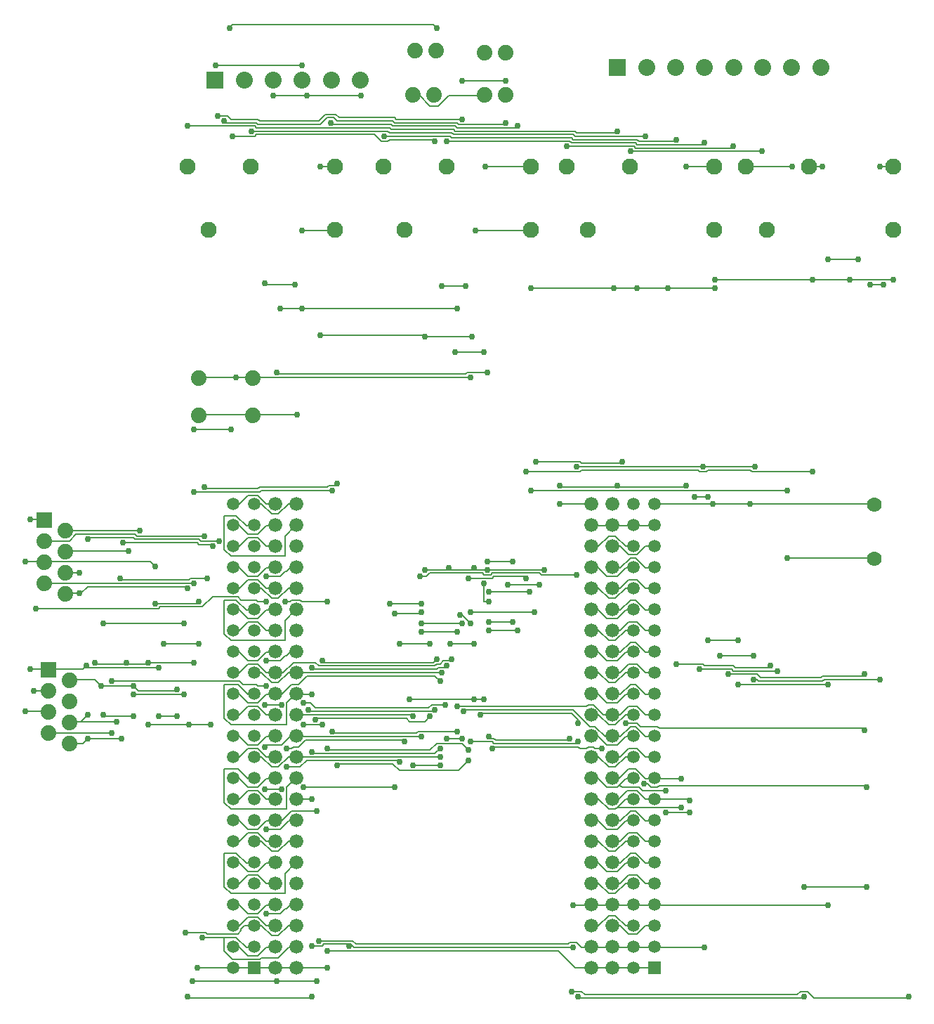
<source format=gbl>
G75*
G70*
%OFA0B0*%
%FSLAX24Y24*%
%IPPOS*%
%LPD*%
%AMOC8*
5,1,8,0,0,1.08239X$1,22.5*
%
%ADD10C,0.0660*%
%ADD11R,0.0800X0.0800*%
%ADD12C,0.0800*%
%ADD13C,0.0740*%
%ADD14C,0.0700*%
%ADD15R,0.0740X0.0740*%
%ADD16C,0.0768*%
%ADD17R,0.0591X0.0591*%
%ADD18C,0.0591*%
%ADD19C,0.0060*%
%ADD20C,0.0300*%
D10*
X017875Y007625D03*
X017875Y008625D03*
X017875Y009625D03*
X017875Y010625D03*
X017875Y011625D03*
X017875Y012625D03*
X017875Y013625D03*
X017875Y014625D03*
X017875Y015625D03*
X017875Y016625D03*
X017875Y017625D03*
X017875Y018625D03*
X017875Y019625D03*
X017875Y020625D03*
X017875Y021625D03*
X017875Y022625D03*
X017875Y023625D03*
X017875Y024625D03*
X017875Y025625D03*
X017875Y026625D03*
X017875Y027625D03*
X017875Y028625D03*
X017875Y029625D03*
X018875Y029625D03*
X018875Y028625D03*
X018875Y027625D03*
X018875Y026625D03*
X018875Y025625D03*
X018875Y024625D03*
X018875Y023625D03*
X018875Y022625D03*
X018875Y021625D03*
X018875Y020625D03*
X018875Y019625D03*
X018875Y018625D03*
X018875Y017625D03*
X018875Y016625D03*
X018875Y015625D03*
X018875Y014625D03*
X018875Y013625D03*
X018875Y012625D03*
X018875Y011625D03*
X018875Y010625D03*
X018875Y009625D03*
X018875Y008625D03*
X018875Y007625D03*
X032875Y007625D03*
X032875Y008625D03*
X032875Y009625D03*
X032875Y010625D03*
X032875Y011625D03*
X032875Y012625D03*
X032875Y013625D03*
X032875Y014625D03*
X032875Y015625D03*
X032875Y016625D03*
X032875Y017625D03*
X032875Y018625D03*
X032875Y019625D03*
X032875Y020625D03*
X032875Y021625D03*
X032875Y022625D03*
X032875Y023625D03*
X032875Y024625D03*
X032875Y025625D03*
X032875Y026625D03*
X032875Y027625D03*
X032875Y028625D03*
X032875Y029625D03*
X033875Y029625D03*
X033875Y028625D03*
X033875Y027625D03*
X033875Y026625D03*
X033875Y025625D03*
X033875Y024625D03*
X033875Y023625D03*
X033875Y022625D03*
X033875Y021625D03*
X033875Y020625D03*
X033875Y019625D03*
X033875Y018625D03*
X033875Y017625D03*
X033875Y016625D03*
X033875Y015625D03*
X033875Y014625D03*
X033875Y013625D03*
X033875Y012625D03*
X033875Y011625D03*
X033875Y010625D03*
X033875Y009625D03*
X033875Y008625D03*
X033875Y007625D03*
D11*
X015025Y049725D03*
X034125Y050325D03*
D12*
X035503Y050325D03*
X036881Y050325D03*
X038259Y050325D03*
X039637Y050325D03*
X041015Y050325D03*
X042393Y050325D03*
X043771Y050325D03*
X021915Y049725D03*
X020537Y049725D03*
X019159Y049725D03*
X017781Y049725D03*
X016403Y049725D03*
D13*
X024425Y049025D03*
X025425Y049025D03*
X025525Y051125D03*
X024525Y051125D03*
X027825Y051025D03*
X028825Y051025D03*
X028825Y049025D03*
X027825Y049025D03*
X016805Y035615D03*
X016805Y033835D03*
X014245Y033835D03*
X014245Y035615D03*
X007925Y028375D03*
X007925Y027375D03*
X007925Y026375D03*
X007925Y025375D03*
X006925Y025875D03*
X006925Y026875D03*
X006925Y027875D03*
X008125Y021275D03*
X008125Y020275D03*
X008125Y019275D03*
X008125Y018275D03*
X007125Y018775D03*
X007125Y019775D03*
X007125Y020775D03*
D14*
X046325Y027045D03*
X046325Y029605D03*
D15*
X006925Y028875D03*
X007125Y021775D03*
D16*
X014725Y042625D03*
X013725Y045625D03*
X016725Y045625D03*
X020725Y045625D03*
X023025Y045625D03*
X026025Y045625D03*
X024025Y042625D03*
X020725Y042625D03*
X030025Y042625D03*
X032725Y042625D03*
X031725Y045625D03*
X030025Y045625D03*
X034725Y045625D03*
X038725Y045625D03*
X040225Y045625D03*
X043225Y045625D03*
X041225Y042625D03*
X038725Y042625D03*
X047225Y042625D03*
X047225Y045625D03*
D17*
X035875Y007625D03*
X016875Y007625D03*
D18*
X016875Y008625D03*
X016875Y009625D03*
X016875Y010625D03*
X016875Y011625D03*
X016875Y012625D03*
X016875Y013625D03*
X016875Y014625D03*
X016875Y015625D03*
X016875Y016625D03*
X016875Y017625D03*
X016875Y018625D03*
X016875Y019625D03*
X016875Y020625D03*
X016875Y021625D03*
X016875Y022625D03*
X016875Y023625D03*
X016875Y024625D03*
X016875Y025625D03*
X016875Y026625D03*
X016875Y027625D03*
X016875Y028625D03*
X016875Y029625D03*
X015875Y029625D03*
X015875Y028625D03*
X015875Y027625D03*
X015875Y026625D03*
X015875Y025625D03*
X015875Y024625D03*
X015875Y023625D03*
X015875Y022625D03*
X015875Y021625D03*
X015875Y020625D03*
X015875Y019625D03*
X015875Y018625D03*
X015875Y017625D03*
X015875Y016625D03*
X015875Y015625D03*
X015875Y014625D03*
X015875Y013625D03*
X015875Y012625D03*
X015875Y011625D03*
X015875Y010625D03*
X015875Y009625D03*
X015875Y008625D03*
X015875Y007625D03*
X034875Y007625D03*
X034875Y008625D03*
X034875Y009625D03*
X034875Y010625D03*
X034875Y011625D03*
X034875Y012625D03*
X034875Y013625D03*
X034875Y014625D03*
X034875Y015625D03*
X034875Y016625D03*
X034875Y017625D03*
X034875Y018625D03*
X034875Y019625D03*
X034875Y020625D03*
X034875Y021625D03*
X034875Y022625D03*
X034875Y023625D03*
X034875Y024625D03*
X034875Y025625D03*
X034875Y026625D03*
X034875Y027625D03*
X034875Y028625D03*
X034875Y029625D03*
X035875Y029625D03*
X035875Y028625D03*
X035875Y027625D03*
X035875Y026625D03*
X035875Y025625D03*
X035875Y024625D03*
X035875Y023625D03*
X035875Y022625D03*
X035875Y021625D03*
X035875Y020625D03*
X035875Y019625D03*
X035875Y018625D03*
X035875Y017625D03*
X035875Y016625D03*
X035875Y015625D03*
X035875Y014625D03*
X035875Y013625D03*
X035875Y012625D03*
X035875Y011625D03*
X035875Y010625D03*
X035875Y009625D03*
X035875Y008625D03*
D19*
X035945Y008595D01*
X038265Y008595D01*
X035875Y008625D02*
X035865Y008595D01*
X034905Y008595D01*
X034875Y008625D01*
X034825Y008595D01*
X033945Y008595D01*
X033875Y008625D01*
X033865Y008595D01*
X032905Y008595D01*
X032875Y008625D01*
X032825Y008595D01*
X032425Y008595D01*
X032185Y008835D01*
X031865Y008835D01*
X031785Y008755D01*
X021705Y008755D01*
X021545Y008915D01*
X019945Y008915D01*
X020185Y008755D02*
X020105Y008675D01*
X019625Y008675D01*
X018875Y008625D02*
X018825Y008595D01*
X018505Y008595D01*
X018025Y008115D01*
X017225Y008115D01*
X017145Y008035D01*
X015865Y008035D01*
X015465Y008435D01*
X015465Y009075D01*
X014425Y009075D01*
X014585Y009315D02*
X013625Y009315D01*
X014585Y009315D02*
X014665Y009235D01*
X016105Y009235D01*
X016265Y009395D01*
X016265Y009475D01*
X016425Y009635D01*
X016825Y009635D01*
X016875Y009625D01*
X016905Y009635D01*
X017225Y009635D01*
X017705Y009155D01*
X018025Y009155D01*
X018505Y009635D01*
X018825Y009635D01*
X018875Y009625D01*
X018425Y010435D02*
X018585Y010595D01*
X018825Y010595D01*
X018875Y010625D01*
X018425Y010435D02*
X018345Y010435D01*
X018105Y010195D01*
X017465Y010195D01*
X017065Y010195D02*
X017465Y010595D01*
X017865Y010595D01*
X017875Y010625D01*
X018345Y011155D02*
X015785Y011155D01*
X015465Y011475D01*
X015465Y013075D01*
X016025Y013075D01*
X016505Y012595D01*
X016825Y012595D01*
X016875Y012625D01*
X017065Y012195D02*
X016585Y012195D01*
X016185Y012595D01*
X015945Y012595D01*
X015875Y012625D01*
X016585Y012035D02*
X016185Y011635D01*
X015945Y011635D01*
X015875Y011625D01*
X016585Y012035D02*
X017065Y012035D01*
X017465Y011635D01*
X017865Y011635D01*
X017875Y011625D01*
X018345Y011155D02*
X018345Y012115D01*
X018825Y012595D01*
X018875Y012625D01*
X018875Y013625D02*
X018825Y013635D01*
X018505Y013635D01*
X018025Y013155D01*
X017705Y013155D01*
X017225Y013635D01*
X016905Y013635D01*
X016875Y013625D01*
X017065Y014035D02*
X016585Y014035D01*
X016185Y013635D01*
X015945Y013635D01*
X015875Y013625D01*
X016585Y014195D02*
X016185Y014595D01*
X015945Y014595D01*
X015875Y014625D01*
X015785Y015155D02*
X015465Y015475D01*
X015465Y017075D01*
X016105Y017075D01*
X016585Y016595D01*
X016825Y016595D01*
X016875Y016625D01*
X017065Y016195D02*
X016585Y016195D01*
X016185Y016595D01*
X015945Y016595D01*
X015875Y016625D01*
X016585Y016035D02*
X016185Y015635D01*
X015945Y015635D01*
X015875Y015625D01*
X015785Y015155D02*
X018425Y015155D01*
X018425Y016195D01*
X018825Y016595D01*
X018875Y016625D01*
X019225Y016195D02*
X023545Y016195D01*
X023785Y016995D02*
X023465Y017315D01*
X020905Y017315D01*
X020825Y017235D01*
X020425Y017955D02*
X020345Y018035D01*
X020425Y017955D02*
X025225Y017955D01*
X025545Y018275D01*
X026745Y018275D01*
X027065Y017955D01*
X027145Y018355D02*
X028185Y018355D01*
X028265Y018275D01*
X032185Y018275D01*
X032265Y018355D01*
X032265Y018115D02*
X028265Y018115D01*
X028185Y018035D01*
X028345Y018435D02*
X031785Y018435D01*
X031865Y018515D01*
X032265Y018115D02*
X032345Y018035D01*
X032665Y018035D01*
X032745Y018115D01*
X032985Y018115D01*
X033065Y018035D01*
X033385Y018035D01*
X033625Y018195D02*
X033225Y018595D01*
X032905Y018595D01*
X032875Y018625D01*
X032825Y019075D02*
X033065Y019075D01*
X033545Y018595D01*
X033865Y018595D01*
X033875Y018625D01*
X033945Y018595D01*
X034265Y018595D01*
X034745Y019075D01*
X034985Y019075D01*
X035465Y018595D01*
X035865Y018595D01*
X035875Y018625D01*
X036105Y018995D02*
X045785Y018995D01*
X045865Y018915D01*
X044105Y021075D02*
X039865Y021075D01*
X039385Y021555D02*
X040745Y021555D01*
X040905Y021395D01*
X043785Y021395D01*
X043865Y021475D01*
X045785Y021475D01*
X045865Y021555D01*
X046585Y021315D02*
X043945Y021315D01*
X043865Y021235D01*
X040825Y021235D01*
X040745Y021315D01*
X040585Y021315D01*
X041305Y021875D02*
X039705Y021875D01*
X039625Y021955D01*
X038265Y021955D01*
X038185Y022035D01*
X036905Y022035D01*
X035875Y021625D02*
X035865Y021635D01*
X035465Y021635D01*
X035065Y022035D01*
X034665Y022035D01*
X034265Y021635D01*
X033945Y021635D01*
X033875Y021625D01*
X034025Y021155D02*
X033705Y021155D01*
X033225Y021635D01*
X032905Y021635D01*
X032875Y021625D01*
X032875Y020625D02*
X032905Y020595D01*
X033225Y020595D01*
X033625Y020195D01*
X034105Y020195D01*
X034505Y020595D01*
X034825Y020595D01*
X034875Y020625D01*
X034985Y021075D02*
X034745Y021075D01*
X034265Y020595D01*
X033945Y020595D01*
X033875Y020625D01*
X034025Y021155D02*
X034505Y021635D01*
X034825Y021635D01*
X034875Y021625D01*
X034985Y021075D02*
X035465Y020595D01*
X035865Y020595D01*
X035875Y020625D01*
X035865Y019635D02*
X035465Y019635D01*
X035065Y020035D01*
X034665Y020035D01*
X034265Y019635D01*
X033945Y019635D01*
X033875Y019625D01*
X033865Y019635D01*
X033465Y019635D01*
X032985Y020115D01*
X032745Y020115D01*
X032665Y020035D01*
X026505Y020035D01*
X026825Y019795D02*
X026905Y019875D01*
X032025Y019875D01*
X032825Y019075D01*
X032875Y019625D02*
X032905Y019635D01*
X033225Y019635D01*
X033705Y019155D01*
X034025Y019155D01*
X034505Y019635D01*
X034825Y019635D01*
X034875Y019625D01*
X035065Y019235D02*
X034505Y019235D01*
X035065Y019235D02*
X035225Y019075D01*
X036025Y019075D01*
X036105Y018995D01*
X035875Y019625D02*
X035865Y019635D01*
X034875Y018625D02*
X034825Y018595D01*
X034505Y018595D01*
X034105Y018195D01*
X033625Y018195D01*
X033875Y017625D02*
X033945Y017635D01*
X034265Y017635D01*
X034665Y018035D01*
X035065Y018035D01*
X035465Y017635D01*
X035865Y017635D01*
X035875Y017625D01*
X035875Y016625D02*
X035945Y016595D01*
X037145Y016595D01*
X036425Y016035D02*
X035305Y016035D01*
X035145Y016195D01*
X034345Y016195D01*
X034265Y016275D01*
X034185Y016275D01*
X034505Y016595D01*
X034825Y016595D01*
X034875Y016625D01*
X034985Y017075D02*
X034665Y017075D01*
X034185Y016595D01*
X033945Y016595D01*
X033875Y016625D01*
X034185Y016275D02*
X034105Y016195D01*
X033625Y016195D01*
X033225Y016595D01*
X032905Y016595D01*
X032875Y016625D01*
X033705Y017155D02*
X033225Y017635D01*
X032905Y017635D01*
X032875Y017625D01*
X033705Y017155D02*
X034025Y017155D01*
X034505Y017635D01*
X034825Y017635D01*
X034875Y017625D01*
X034985Y017075D02*
X035465Y016595D01*
X035865Y016595D01*
X035875Y016625D01*
X036105Y016275D02*
X036025Y016195D01*
X035705Y016195D01*
X035545Y016355D01*
X035385Y016355D01*
X035065Y016035D02*
X034585Y016035D01*
X034185Y015635D01*
X033945Y015635D01*
X033875Y015625D01*
X034105Y015235D02*
X037145Y015235D01*
X037545Y014995D02*
X036425Y014995D01*
X035875Y014625D02*
X035865Y014595D01*
X035465Y014595D01*
X034985Y015075D01*
X034745Y015075D01*
X034265Y014595D01*
X033945Y014595D01*
X033875Y014625D01*
X034105Y014195D02*
X033625Y014195D01*
X033225Y014595D01*
X032905Y014595D01*
X032875Y014625D01*
X033705Y015155D02*
X033225Y015635D01*
X032905Y015635D01*
X032875Y015625D01*
X033705Y015155D02*
X034025Y015155D01*
X034105Y015235D01*
X034505Y015635D01*
X034825Y015635D01*
X034875Y015625D01*
X035065Y016035D02*
X035465Y015635D01*
X035865Y015635D01*
X035875Y015625D01*
X035945Y015635D01*
X037465Y015635D01*
X037545Y015555D01*
X036105Y016275D02*
X045865Y016275D01*
X045945Y016195D01*
X045945Y011475D02*
X042985Y011475D01*
X044105Y010595D02*
X035945Y010595D01*
X035875Y010625D01*
X035865Y010595D01*
X034905Y010595D01*
X034875Y010625D01*
X034825Y010595D01*
X033945Y010595D01*
X033875Y010625D01*
X033865Y010595D01*
X032905Y010595D01*
X032875Y010625D01*
X032825Y010595D01*
X032025Y010595D01*
X032875Y009625D02*
X032905Y009635D01*
X033225Y009635D01*
X033705Y010115D01*
X034025Y010115D01*
X034505Y009635D01*
X034825Y009635D01*
X034875Y009625D01*
X035065Y009235D02*
X034665Y009235D01*
X034265Y009635D01*
X033945Y009635D01*
X033875Y009625D01*
X035065Y009235D02*
X035465Y009635D01*
X035865Y009635D01*
X035875Y009625D01*
X035865Y007635D02*
X034905Y007635D01*
X034875Y007625D01*
X034825Y007635D01*
X033945Y007635D01*
X033875Y007625D01*
X033865Y007635D01*
X032905Y007635D01*
X032875Y007625D01*
X032825Y007635D01*
X032105Y007635D01*
X031305Y008435D01*
X020345Y008435D01*
X020185Y008755D02*
X021465Y008755D01*
X021545Y008675D01*
X021625Y008595D01*
X032025Y008595D01*
X031945Y006515D02*
X032425Y006515D01*
X032585Y006355D01*
X042665Y006355D01*
X042825Y006515D01*
X043145Y006515D01*
X043465Y006195D01*
X047865Y006195D01*
X047945Y006275D01*
X042985Y006275D02*
X042905Y006195D01*
X032345Y006195D01*
X032265Y006275D01*
X035865Y007635D02*
X035875Y007625D01*
X034025Y011155D02*
X033705Y011155D01*
X033225Y011635D01*
X032905Y011635D01*
X032875Y011625D01*
X033625Y012195D02*
X033225Y012595D01*
X032905Y012595D01*
X032875Y012625D01*
X033625Y012195D02*
X034105Y012195D01*
X034505Y012595D01*
X034825Y012595D01*
X034875Y012625D01*
X034985Y013075D02*
X034745Y013075D01*
X034265Y012595D01*
X033945Y012595D01*
X033875Y012625D01*
X034025Y013155D02*
X033705Y013155D01*
X033225Y013635D01*
X032905Y013635D01*
X032875Y013625D01*
X033875Y013625D02*
X033945Y013635D01*
X034265Y013635D01*
X034665Y014035D01*
X035065Y014035D01*
X035465Y013635D01*
X035865Y013635D01*
X035875Y013625D01*
X035875Y012625D02*
X035865Y012595D01*
X035465Y012595D01*
X034985Y013075D01*
X034875Y013625D02*
X034825Y013635D01*
X034505Y013635D01*
X034025Y013155D01*
X034105Y014195D02*
X034505Y014595D01*
X034825Y014595D01*
X034875Y014625D01*
X035065Y012035D02*
X034665Y012035D01*
X034265Y011635D01*
X033945Y011635D01*
X033875Y011625D01*
X034025Y011155D02*
X034505Y011635D01*
X034825Y011635D01*
X034875Y011625D01*
X035065Y012035D02*
X035465Y011635D01*
X035865Y011635D01*
X035875Y011625D01*
X032265Y019235D02*
X032265Y019395D01*
X031945Y019715D01*
X027705Y019715D01*
X027625Y019635D01*
X027785Y020355D02*
X027305Y020355D01*
X024265Y020355D01*
X024345Y019635D02*
X018905Y019635D01*
X018875Y019625D01*
X019225Y019155D02*
X020105Y019155D01*
X019785Y019395D02*
X019865Y019475D01*
X024105Y019475D01*
X024265Y019315D01*
X024985Y019315D01*
X025225Y019555D01*
X025385Y019795D02*
X019545Y019795D01*
X019465Y019875D01*
X019545Y020195D02*
X019225Y020195D01*
X019545Y020195D02*
X019785Y019955D01*
X025145Y019955D01*
X025305Y020115D01*
X025945Y020115D01*
X025465Y019875D02*
X025385Y019795D01*
X024425Y019555D02*
X024345Y019635D01*
X024665Y018835D02*
X024585Y018755D01*
X020665Y018755D01*
X020585Y018835D01*
X019305Y018435D02*
X018985Y018115D01*
X018745Y018115D01*
X018665Y018035D01*
X018425Y018035D01*
X018185Y018195D02*
X018585Y018595D01*
X018825Y018595D01*
X018875Y018625D01*
X018905Y018595D01*
X024825Y018595D01*
X024665Y018835D02*
X026505Y018835D01*
X026745Y018515D02*
X026025Y018515D01*
X025705Y018035D02*
X025465Y017795D01*
X019705Y017795D01*
X019625Y017875D01*
X019385Y017475D02*
X019065Y017155D01*
X018425Y017155D01*
X018025Y017155D02*
X018505Y017635D01*
X018825Y017635D01*
X018875Y017625D01*
X018905Y017635D01*
X025705Y017635D01*
X025705Y017235D02*
X024425Y017235D01*
X023785Y017395D02*
X023705Y017475D01*
X019385Y017475D01*
X019305Y018435D02*
X023945Y018435D01*
X024025Y018355D01*
X023785Y016995D02*
X026585Y016995D01*
X027065Y017475D01*
X028105Y018515D02*
X028265Y018515D01*
X028345Y018435D01*
X028105Y018515D02*
X028025Y018595D01*
X025705Y021235D02*
X025465Y021475D01*
X019385Y021475D01*
X018985Y021075D01*
X018665Y021075D01*
X018185Y020595D01*
X017945Y020595D01*
X017875Y020625D01*
X017865Y020595D01*
X017465Y020595D01*
X017065Y020195D01*
X016585Y020195D01*
X016185Y020595D01*
X015945Y020595D01*
X015875Y020625D01*
X016105Y021075D02*
X015465Y021075D01*
X015465Y019475D01*
X015785Y019155D01*
X018425Y019155D01*
X018425Y020195D01*
X018825Y020595D01*
X018875Y020625D01*
X018905Y020595D01*
X019625Y020595D01*
X018905Y021635D02*
X018875Y021625D01*
X018825Y021635D01*
X018505Y021635D01*
X018025Y021155D01*
X017705Y021155D01*
X017225Y021635D01*
X016905Y021635D01*
X016875Y021625D01*
X017065Y022035D02*
X016585Y022035D01*
X016185Y021635D01*
X015945Y021635D01*
X015875Y021625D01*
X016185Y021235D02*
X016345Y021075D01*
X016985Y021075D01*
X017065Y020995D01*
X017465Y020995D01*
X016875Y020625D02*
X016825Y020595D01*
X016585Y020595D01*
X016105Y021075D01*
X016185Y021235D02*
X010105Y021235D01*
X009625Y020995D02*
X011145Y020995D01*
X011385Y020755D01*
X013145Y020755D01*
X013225Y020835D01*
X013545Y020595D02*
X011145Y020595D01*
X011145Y019555D02*
X009785Y019555D01*
X009705Y019635D01*
X010345Y019315D02*
X008665Y019315D01*
X008185Y019315D01*
X008125Y019275D01*
X008665Y019315D02*
X008985Y019635D01*
X008985Y018515D02*
X010585Y018515D01*
X010105Y018755D02*
X007145Y018755D01*
X007125Y018775D01*
X007125Y019775D02*
X007065Y019795D01*
X006025Y019795D01*
X006425Y020755D02*
X007065Y020755D01*
X007125Y020775D01*
X007125Y021775D02*
X007065Y021795D01*
X006265Y021795D01*
X007125Y021775D02*
X007145Y021795D01*
X008745Y021795D01*
X008825Y021875D01*
X008905Y021955D01*
X008825Y021875D02*
X012345Y021875D01*
X011865Y022115D02*
X011785Y022035D01*
X010905Y022035D01*
X010825Y022115D01*
X010905Y022035D02*
X009385Y022035D01*
X009305Y022115D01*
X009305Y021315D02*
X008185Y021315D01*
X008125Y021275D01*
X009305Y021315D02*
X009625Y020995D01*
X011865Y022115D02*
X014025Y022115D01*
X014265Y022995D02*
X012585Y022995D01*
X013545Y023955D02*
X009705Y023955D01*
X008665Y025395D02*
X008585Y025395D01*
X007945Y025395D01*
X007925Y025375D01*
X008665Y025395D02*
X008985Y025715D01*
X013625Y025715D01*
X013705Y025635D01*
X014025Y025875D02*
X006925Y025875D01*
X006925Y026875D02*
X006905Y026915D01*
X006025Y026915D01*
X006925Y026875D02*
X006985Y026915D01*
X011945Y026915D01*
X012185Y026675D01*
X010905Y027395D02*
X007945Y027395D01*
X007925Y027375D01*
X008105Y027875D02*
X006925Y027875D01*
X006925Y028875D02*
X006905Y028915D01*
X006265Y028915D01*
X007925Y028375D02*
X007945Y028355D01*
X011465Y028355D01*
X011225Y028195D02*
X008425Y028195D01*
X008105Y027875D01*
X008985Y027955D02*
X009065Y028035D01*
X011145Y028035D01*
X011225Y027955D01*
X014265Y027955D01*
X014345Y027875D01*
X015225Y027875D01*
X014905Y027635D02*
X014825Y027715D01*
X014265Y027715D01*
X014185Y027795D01*
X010665Y027795D01*
X011225Y028195D02*
X011305Y028115D01*
X014505Y028115D01*
X015465Y027475D02*
X015465Y029075D01*
X016025Y029075D01*
X016505Y028595D01*
X016825Y028595D01*
X016875Y028625D01*
X017065Y028195D02*
X016585Y028195D01*
X016185Y028595D01*
X015945Y028595D01*
X015875Y028625D01*
X016585Y028035D02*
X016185Y027635D01*
X015945Y027635D01*
X015875Y027625D01*
X015465Y027475D02*
X015785Y027155D01*
X018345Y027155D01*
X018345Y028115D01*
X018825Y028595D01*
X018875Y028625D01*
X018875Y029625D02*
X018825Y029635D01*
X018505Y029635D01*
X018025Y029155D01*
X017705Y029155D01*
X017225Y029635D01*
X016905Y029635D01*
X016875Y029625D01*
X017065Y030035D02*
X016585Y030035D01*
X016185Y029635D01*
X015945Y029635D01*
X015875Y029625D01*
X017065Y030035D02*
X017465Y029635D01*
X017865Y029635D01*
X017875Y029625D01*
X017225Y030275D02*
X017145Y030195D01*
X014025Y030195D01*
X014505Y030435D02*
X014585Y030355D01*
X017065Y030355D01*
X017145Y030435D01*
X020345Y030435D01*
X020425Y030515D01*
X020745Y030515D01*
X020825Y030595D01*
X020585Y030275D02*
X017225Y030275D01*
X017465Y028595D02*
X017065Y028195D01*
X017065Y028035D02*
X016585Y028035D01*
X017065Y028035D02*
X017465Y027635D01*
X017865Y027635D01*
X017875Y027625D01*
X017865Y028595D02*
X017465Y028595D01*
X017865Y028595D02*
X017875Y028625D01*
X017875Y026625D02*
X017865Y026595D01*
X017465Y026595D01*
X017065Y026195D01*
X016585Y026195D01*
X016185Y026595D01*
X015945Y026595D01*
X015875Y026625D01*
X016585Y026035D02*
X016185Y025635D01*
X015945Y025635D01*
X015875Y025625D01*
X016105Y025235D02*
X014905Y025235D01*
X014425Y024755D01*
X012425Y024755D01*
X012345Y024675D01*
X006505Y024675D01*
X007945Y026355D02*
X007925Y026375D01*
X007945Y026355D02*
X008585Y026355D01*
X010505Y026115D02*
X010585Y026035D01*
X013785Y026035D01*
X013865Y026115D01*
X014665Y026115D01*
X014265Y024995D02*
X014185Y024915D01*
X012185Y024915D01*
X015465Y025075D02*
X015465Y023475D01*
X015785Y023155D01*
X018345Y023155D01*
X018345Y024115D01*
X018825Y024595D01*
X018875Y024625D01*
X019145Y024995D02*
X019065Y025075D01*
X018665Y025075D01*
X018585Y024995D01*
X018345Y024995D01*
X018025Y025155D02*
X018505Y025635D01*
X018825Y025635D01*
X018875Y025625D01*
X019145Y024995D02*
X020345Y024995D01*
X018875Y026625D02*
X018825Y026595D01*
X018585Y026595D01*
X018425Y026435D01*
X018345Y026435D01*
X018105Y026195D01*
X017465Y026195D01*
X017065Y026035D02*
X017465Y025635D01*
X017865Y025635D01*
X017875Y025625D01*
X018025Y025155D02*
X017705Y025155D01*
X017225Y025635D01*
X016905Y025635D01*
X016875Y025625D01*
X017065Y026035D02*
X016585Y026035D01*
X016105Y025235D02*
X016265Y025075D01*
X016985Y025075D01*
X017065Y024995D01*
X017465Y024995D01*
X017465Y024595D02*
X017065Y024195D01*
X016585Y024195D01*
X016185Y024595D01*
X015945Y024595D01*
X015875Y024625D01*
X016025Y025075D02*
X015465Y025075D01*
X016025Y025075D02*
X016505Y024595D01*
X016825Y024595D01*
X016875Y024625D01*
X017465Y024595D02*
X017865Y024595D01*
X017875Y024625D01*
X017865Y023635D02*
X017465Y023635D01*
X017065Y024035D01*
X016585Y024035D01*
X016185Y023635D01*
X015945Y023635D01*
X015875Y023625D01*
X015875Y022625D02*
X015945Y022595D01*
X016185Y022595D01*
X016585Y022195D01*
X017065Y022195D01*
X017465Y022595D01*
X017865Y022595D01*
X017875Y022625D01*
X018105Y022195D02*
X018345Y022435D01*
X018425Y022435D01*
X018585Y022595D01*
X018825Y022595D01*
X018875Y022625D01*
X018745Y022115D02*
X018265Y021635D01*
X017945Y021635D01*
X017875Y021625D01*
X017865Y021635D01*
X017465Y021635D01*
X017065Y022035D01*
X017465Y022195D02*
X018105Y022195D01*
X018745Y022115D02*
X019785Y022115D01*
X019945Y021955D01*
X025465Y021955D01*
X025545Y022035D01*
X025705Y022035D01*
X025865Y022195D01*
X026185Y022195D01*
X026265Y022275D01*
X026025Y021955D02*
X025945Y021875D01*
X025625Y021875D01*
X025545Y021795D01*
X019705Y021795D01*
X019625Y021875D01*
X020105Y022195D02*
X020185Y022115D01*
X025385Y022115D01*
X025545Y022275D01*
X025785Y021635D02*
X018905Y021635D01*
X018185Y020115D02*
X017385Y020115D01*
X017065Y020035D02*
X016585Y020035D01*
X016185Y019635D01*
X015945Y019635D01*
X015875Y019625D01*
X015875Y018625D02*
X015945Y018595D01*
X016185Y018595D01*
X016585Y018195D01*
X017065Y018195D01*
X017465Y018595D01*
X017865Y018595D01*
X017875Y018625D01*
X018185Y018195D02*
X017465Y018195D01*
X017385Y018115D01*
X017065Y018035D02*
X017465Y017635D01*
X017865Y017635D01*
X017875Y017625D01*
X018025Y017155D02*
X017705Y017155D01*
X017225Y017635D01*
X016905Y017635D01*
X016875Y017625D01*
X017065Y018035D02*
X016585Y018035D01*
X016185Y017635D01*
X015945Y017635D01*
X015875Y017625D01*
X016585Y016035D02*
X017065Y016035D01*
X017465Y015635D01*
X017865Y015635D01*
X017875Y015625D01*
X018185Y016115D02*
X017385Y016115D01*
X017065Y016195D02*
X017465Y016595D01*
X017865Y016595D01*
X017875Y016625D01*
X018875Y015625D02*
X018905Y015635D01*
X019625Y015635D01*
X019865Y015075D02*
X018665Y015075D01*
X018185Y014595D01*
X017945Y014595D01*
X017875Y014625D01*
X017865Y014595D01*
X017465Y014595D01*
X017065Y014195D01*
X016585Y014195D01*
X017065Y014035D02*
X017465Y013635D01*
X017865Y013635D01*
X017875Y013625D01*
X018105Y014195D02*
X017465Y014195D01*
X018105Y014195D02*
X018505Y014595D01*
X018825Y014595D01*
X018875Y014625D01*
X017875Y012625D02*
X017865Y012595D01*
X017465Y012595D01*
X017065Y012195D01*
X016185Y010595D02*
X015945Y010595D01*
X015875Y010625D01*
X016185Y010595D02*
X016585Y010195D01*
X017065Y010195D01*
X017065Y010035D02*
X016585Y010035D01*
X016185Y009635D01*
X015945Y009635D01*
X015875Y009625D01*
X016025Y009075D02*
X015465Y009075D01*
X016025Y009075D02*
X016505Y008595D01*
X016825Y008595D01*
X016875Y008625D01*
X017065Y008195D02*
X016585Y008195D01*
X016185Y008595D01*
X015945Y008595D01*
X015875Y008625D01*
X015865Y007635D02*
X015875Y007625D01*
X015945Y007635D01*
X016825Y007635D01*
X016875Y007625D01*
X016905Y007635D01*
X017865Y007635D01*
X017875Y007625D01*
X017945Y007635D01*
X018825Y007635D01*
X018875Y007625D01*
X018905Y007635D01*
X020345Y007635D01*
X019865Y006995D02*
X017945Y006995D01*
X013945Y006995D01*
X014185Y007635D02*
X015865Y007635D01*
X017065Y008195D02*
X017465Y008595D01*
X017865Y008595D01*
X017875Y008625D01*
X017875Y009625D02*
X017865Y009635D01*
X017465Y009635D01*
X017065Y010035D01*
X019625Y006275D02*
X019545Y006195D01*
X013785Y006195D01*
X013705Y006275D01*
X021385Y008675D02*
X021545Y008675D01*
X014825Y019155D02*
X013785Y019155D01*
X011865Y019155D01*
X012345Y019555D02*
X013225Y019555D01*
X017065Y020035D02*
X017465Y019635D01*
X017865Y019635D01*
X017875Y019625D01*
X017875Y023625D02*
X017865Y023635D01*
X023305Y024915D02*
X024825Y024915D01*
X024825Y024515D02*
X024745Y024435D01*
X023545Y024435D01*
X024825Y023955D02*
X026745Y023955D01*
X026745Y024355D02*
X026665Y024355D01*
X026745Y024355D02*
X027145Y023955D01*
X027145Y024515D02*
X030185Y024515D01*
X029945Y025475D02*
X028025Y025475D01*
X027785Y025875D02*
X027785Y024995D01*
X028025Y024995D01*
X028905Y025795D02*
X030425Y025795D01*
X030505Y026275D02*
X030425Y026355D01*
X028185Y026355D01*
X028105Y026275D01*
X027785Y026275D01*
X027705Y026355D01*
X025225Y026355D01*
X025065Y026195D01*
X024745Y026195D01*
X024985Y026515D02*
X026105Y026515D01*
X026105Y026595D01*
X026105Y026515D02*
X027305Y026515D01*
X027305Y026595D01*
X027305Y026515D02*
X027945Y026515D01*
X030665Y026515D01*
X030505Y026275D02*
X032185Y026275D01*
X032875Y026625D02*
X032905Y026595D01*
X033225Y026595D01*
X033625Y026195D01*
X034105Y026195D01*
X034505Y026595D01*
X034825Y026595D01*
X034875Y026625D01*
X034985Y027075D02*
X034745Y027075D01*
X034265Y026595D01*
X033945Y026595D01*
X033875Y026625D01*
X034665Y026035D02*
X034265Y025635D01*
X033945Y025635D01*
X033875Y025625D01*
X034025Y025155D02*
X033705Y025155D01*
X033225Y025635D01*
X032905Y025635D01*
X032875Y025625D01*
X032875Y024625D02*
X032905Y024595D01*
X033225Y024595D01*
X033625Y024195D01*
X034105Y024195D01*
X034505Y024595D01*
X034825Y024595D01*
X034875Y024625D01*
X034985Y025075D02*
X034745Y025075D01*
X034265Y024595D01*
X033945Y024595D01*
X033875Y024625D01*
X034025Y025155D02*
X034505Y025635D01*
X034825Y025635D01*
X034875Y025625D01*
X035065Y026035D02*
X034665Y026035D01*
X035065Y026035D02*
X035465Y025635D01*
X035865Y025635D01*
X035875Y025625D01*
X035865Y026595D02*
X035465Y026595D01*
X034985Y027075D01*
X035065Y027235D02*
X034665Y027235D01*
X034265Y027635D01*
X033945Y027635D01*
X033875Y027625D01*
X034025Y028115D02*
X033705Y028115D01*
X033225Y027635D01*
X032905Y027635D01*
X032875Y027625D01*
X032905Y028595D02*
X032875Y028625D01*
X032905Y028595D02*
X033865Y028595D01*
X033875Y028625D01*
X033945Y028595D01*
X034825Y028595D01*
X034875Y028625D01*
X034905Y028595D01*
X035865Y028595D01*
X035875Y028625D01*
X035865Y027635D02*
X035465Y027635D01*
X035065Y027235D01*
X034875Y027625D02*
X034825Y027635D01*
X034505Y027635D01*
X034025Y028115D01*
X032875Y029625D02*
X032825Y029635D01*
X031385Y029635D01*
X031465Y030435D02*
X031385Y030515D01*
X031465Y030435D02*
X034105Y030435D01*
X034105Y030515D01*
X034105Y030435D02*
X037305Y030435D01*
X037385Y030515D01*
X037785Y029955D02*
X038425Y029955D01*
X038665Y029635D02*
X040425Y029635D01*
X046265Y029635D01*
X046325Y029605D01*
X046265Y027075D02*
X046325Y027045D01*
X046265Y027075D02*
X042185Y027075D01*
X042185Y030275D02*
X030025Y030275D01*
X029785Y031155D02*
X032345Y031155D01*
X032425Y031235D01*
X037945Y031235D01*
X038025Y031155D01*
X038345Y031155D01*
X038425Y031235D01*
X040425Y031235D01*
X040505Y031155D01*
X043385Y031155D01*
X040665Y031395D02*
X038185Y031395D01*
X032185Y031395D01*
X032425Y031555D02*
X034265Y031555D01*
X034345Y031635D01*
X035875Y029625D02*
X035945Y029635D01*
X038665Y029635D01*
X035875Y027625D02*
X035865Y027635D01*
X035875Y026625D02*
X035865Y026595D01*
X034985Y025075D02*
X035465Y024595D01*
X035865Y024595D01*
X035875Y024625D01*
X035865Y023635D02*
X035465Y023635D01*
X035065Y024035D01*
X034665Y024035D01*
X034265Y023635D01*
X033945Y023635D01*
X033875Y023625D01*
X034025Y023155D02*
X033705Y023155D01*
X033225Y023635D01*
X032905Y023635D01*
X032875Y023625D01*
X032875Y022625D02*
X032905Y022595D01*
X033225Y022595D01*
X033625Y022195D01*
X034105Y022195D01*
X034505Y022595D01*
X034825Y022595D01*
X034875Y022625D01*
X034985Y023075D02*
X034745Y023075D01*
X034265Y022595D01*
X033945Y022595D01*
X033875Y022625D01*
X034025Y023155D02*
X034505Y023635D01*
X034825Y023635D01*
X034875Y023625D01*
X034985Y023075D02*
X035465Y022595D01*
X035865Y022595D01*
X035875Y022625D01*
X035875Y023625D02*
X035865Y023635D01*
X038025Y021795D02*
X039545Y021795D01*
X039625Y021715D01*
X041705Y021715D01*
X041385Y021955D02*
X041305Y021875D01*
X040585Y022435D02*
X038985Y022435D01*
X038425Y023155D02*
X039865Y023155D01*
X032425Y031555D02*
X032345Y031635D01*
X030265Y031635D01*
X029145Y026915D02*
X027945Y026915D01*
X028265Y026195D02*
X029705Y026195D01*
X029785Y026115D01*
X028265Y026195D02*
X028185Y026115D01*
X027065Y026115D01*
X028025Y024035D02*
X029145Y024035D01*
X029385Y023635D02*
X028025Y023635D01*
X027305Y022995D02*
X026185Y022995D01*
X026505Y023555D02*
X024825Y023555D01*
X025225Y022995D02*
X023785Y022995D01*
X015785Y033155D02*
X014025Y033155D01*
X014245Y033835D02*
X014265Y033875D01*
X016745Y033875D01*
X016805Y033835D01*
X016825Y033875D01*
X018905Y033875D01*
X018025Y035795D02*
X026905Y035795D01*
X026985Y035875D01*
X027945Y035875D01*
X027785Y036835D02*
X026425Y036835D01*
X027225Y037555D02*
X024985Y037555D01*
X024905Y037635D01*
X020025Y037635D01*
X019145Y038915D02*
X026505Y038915D01*
X026905Y039955D02*
X025785Y039955D01*
X027385Y042595D02*
X030025Y042595D01*
X030025Y042625D01*
X030025Y039875D02*
X033945Y039875D01*
X035065Y039875D01*
X036505Y039875D01*
X038745Y039875D01*
X038745Y040275D02*
X043385Y040275D01*
X045145Y040275D01*
X047225Y040275D01*
X046745Y040035D02*
X046105Y040035D01*
X045545Y041235D02*
X044105Y041235D01*
X043865Y045635D02*
X043225Y045635D01*
X043225Y045625D01*
X042425Y045635D02*
X040265Y045635D01*
X040225Y045625D01*
X040985Y046355D02*
X034745Y046355D01*
X034985Y046515D02*
X039545Y046515D01*
X039625Y046595D01*
X038725Y045625D02*
X038665Y045635D01*
X037385Y045635D01*
X038185Y046675D02*
X038265Y046755D01*
X038185Y046675D02*
X035065Y046675D01*
X034985Y046755D01*
X031945Y046755D01*
X031865Y046835D01*
X026025Y046835D01*
X026265Y046995D02*
X031945Y046995D01*
X032025Y046915D01*
X035065Y046915D01*
X035145Y046835D01*
X036825Y046835D01*
X036905Y046915D01*
X035465Y047075D02*
X032105Y047075D01*
X032025Y047155D01*
X026345Y047155D01*
X026265Y047235D01*
X023305Y047235D01*
X023225Y047315D01*
X016745Y047315D01*
X016905Y047075D02*
X015865Y047075D01*
X015545Y047715D02*
X015465Y047795D01*
X015545Y047715D02*
X016985Y047715D01*
X017065Y047635D01*
X020025Y047635D01*
X020345Y047955D01*
X020665Y047955D01*
X020825Y047795D01*
X023465Y047795D01*
X023545Y047715D01*
X026505Y047715D01*
X026585Y047635D01*
X028745Y047635D01*
X028825Y047715D01*
X029305Y047475D02*
X026505Y047475D01*
X026425Y047555D01*
X023465Y047555D01*
X023385Y047635D01*
X020585Y047635D01*
X020505Y047715D01*
X020265Y048115D02*
X019945Y047795D01*
X017145Y047795D01*
X017065Y047875D01*
X015785Y047875D01*
X015625Y048035D01*
X015145Y048035D01*
X013705Y047555D02*
X016905Y047555D01*
X016985Y047475D01*
X023305Y047475D01*
X023385Y047395D01*
X026345Y047395D01*
X026425Y047315D01*
X032105Y047315D01*
X032185Y047235D01*
X034025Y047235D01*
X034105Y047315D01*
X034905Y046595D02*
X034985Y046515D01*
X034905Y046595D02*
X031705Y046595D01*
X030025Y045635D02*
X030025Y045625D01*
X030025Y045635D02*
X027865Y045635D01*
X026265Y046995D02*
X026185Y047075D01*
X023065Y047075D01*
X022905Y046835D02*
X022585Y047155D01*
X016985Y047155D01*
X016905Y047075D01*
X017785Y048995D02*
X019385Y048995D01*
X021945Y048995D01*
X020905Y047955D02*
X020745Y048115D01*
X020265Y048115D01*
X020905Y047955D02*
X023545Y047955D01*
X023625Y047875D01*
X026745Y047875D01*
X025625Y048515D02*
X026105Y048995D01*
X027785Y048995D01*
X027825Y049025D01*
X028825Y049715D02*
X026745Y049715D01*
X025625Y048515D02*
X025225Y048515D01*
X024745Y048995D01*
X024425Y048995D01*
X024425Y049025D01*
X025385Y046915D02*
X023305Y046915D01*
X023225Y046835D01*
X022905Y046835D01*
X020725Y045625D02*
X020665Y045635D01*
X020025Y045635D01*
X020725Y042625D02*
X020665Y042595D01*
X019145Y042595D01*
X017385Y040115D02*
X017465Y040035D01*
X018825Y040035D01*
X019145Y038915D02*
X018105Y038915D01*
X017945Y035875D02*
X018025Y035795D01*
X016825Y035635D02*
X016805Y035615D01*
X016745Y035635D01*
X016025Y035635D01*
X014265Y035635D01*
X014245Y035615D01*
X016825Y035635D02*
X027145Y035635D01*
X025465Y046835D02*
X025385Y046915D01*
X029305Y047475D02*
X029385Y047555D01*
X025545Y052195D02*
X025385Y052355D01*
X015865Y052355D01*
X015705Y052195D01*
X015065Y050435D02*
X019145Y050435D01*
X046585Y045635D02*
X047225Y045635D01*
X047225Y045625D01*
X008985Y018515D02*
X008745Y018275D01*
X008125Y018275D01*
D20*
X013705Y006275D03*
X013945Y006995D03*
X014185Y007635D03*
X014425Y009075D03*
X013625Y009315D03*
X017465Y010195D03*
X019625Y008675D03*
X019945Y008915D03*
X020345Y008435D03*
X020345Y007635D03*
X019865Y006995D03*
X019625Y006275D03*
X017945Y006995D03*
X021385Y008675D03*
X017465Y014195D03*
X017385Y016115D03*
X018185Y016115D03*
X019225Y016195D03*
X019625Y015635D03*
X019865Y015075D03*
X020825Y017235D03*
X020345Y018035D03*
X020585Y018835D03*
X020105Y019155D03*
X019785Y019395D03*
X019465Y019875D03*
X019225Y020195D03*
X019625Y020595D03*
X019625Y021875D03*
X020105Y022195D03*
X018185Y020115D03*
X017385Y020115D03*
X017465Y020995D03*
X017465Y022195D03*
X017465Y024995D03*
X018345Y024995D03*
X017465Y026195D03*
X015225Y027875D03*
X014905Y027635D03*
X014505Y028115D03*
X014665Y026115D03*
X014025Y025875D03*
X013705Y025635D03*
X014265Y024995D03*
X013545Y023955D03*
X014265Y022995D03*
X014025Y022115D03*
X013225Y020835D03*
X013545Y020595D03*
X013225Y019555D03*
X013785Y019155D03*
X014825Y019155D03*
X012345Y019555D03*
X011865Y019155D03*
X011145Y019555D03*
X010345Y019315D03*
X010105Y018755D03*
X010585Y018515D03*
X009705Y019635D03*
X008985Y019635D03*
X008985Y018515D03*
X009625Y020995D03*
X010105Y021235D03*
X010825Y022115D03*
X011865Y022115D03*
X012345Y021875D03*
X012585Y022995D03*
X012185Y024915D03*
X012185Y026675D03*
X010905Y027395D03*
X010665Y027795D03*
X011465Y028355D03*
X010505Y026115D03*
X008985Y027955D03*
X008585Y026355D03*
X008585Y025395D03*
X009705Y023955D03*
X009305Y022115D03*
X008905Y021955D03*
X011145Y020995D03*
X011145Y020595D03*
X006425Y020755D03*
X006025Y019795D03*
X006265Y021795D03*
X006505Y024675D03*
X006025Y026915D03*
X006265Y028915D03*
X014025Y030195D03*
X014505Y030435D03*
X014025Y033155D03*
X015785Y033155D03*
X016025Y035635D03*
X017945Y035875D03*
X018905Y033875D03*
X020825Y030595D03*
X020585Y030275D03*
X024745Y026195D03*
X024985Y026515D03*
X026105Y026595D03*
X027065Y026115D03*
X027305Y026595D03*
X027785Y025875D03*
X028025Y025475D03*
X028025Y024995D03*
X028905Y025795D03*
X029785Y026115D03*
X029945Y025475D03*
X030425Y025795D03*
X030665Y026515D03*
X032185Y026275D03*
X030185Y024515D03*
X029145Y024035D03*
X029385Y023635D03*
X028025Y023635D03*
X028025Y024035D03*
X027145Y023955D03*
X026745Y023955D03*
X026665Y024355D03*
X027145Y024515D03*
X026505Y023555D03*
X026185Y022995D03*
X026265Y022275D03*
X026025Y021955D03*
X025785Y021635D03*
X025705Y021235D03*
X025545Y022275D03*
X025225Y022995D03*
X024825Y023555D03*
X024825Y023955D03*
X024825Y024515D03*
X024825Y024915D03*
X023545Y024435D03*
X023305Y024915D03*
X023785Y022995D03*
X024265Y020355D03*
X024425Y019555D03*
X025225Y019555D03*
X025465Y019875D03*
X025945Y020115D03*
X026505Y020035D03*
X026825Y019795D03*
X027305Y020355D03*
X027785Y020355D03*
X027625Y019635D03*
X028025Y018595D03*
X028185Y018035D03*
X027145Y018355D03*
X027065Y017955D03*
X027065Y017475D03*
X026745Y018515D03*
X026505Y018835D03*
X026025Y018515D03*
X025705Y018035D03*
X025705Y017635D03*
X025705Y017235D03*
X024425Y017235D03*
X023785Y017395D03*
X024025Y018355D03*
X024825Y018595D03*
X023545Y016195D03*
X019625Y017875D03*
X018425Y018035D03*
X018425Y017155D03*
X017385Y018115D03*
X019225Y019155D03*
X020345Y024995D03*
X027305Y022995D03*
X027945Y026515D03*
X027945Y026915D03*
X029145Y026915D03*
X031385Y029635D03*
X031385Y030515D03*
X032185Y031395D03*
X034105Y030515D03*
X034345Y031635D03*
X037385Y030515D03*
X037785Y029955D03*
X038425Y029955D03*
X038665Y029635D03*
X038185Y031395D03*
X040665Y031395D03*
X040425Y029635D03*
X042185Y030275D03*
X043385Y031155D03*
X042185Y027075D03*
X039865Y023155D03*
X040585Y022435D03*
X041385Y021955D03*
X041705Y021715D03*
X040585Y021315D03*
X039865Y021075D03*
X039385Y021555D03*
X038985Y022435D03*
X038425Y023155D03*
X038025Y021795D03*
X036905Y022035D03*
X034505Y019235D03*
X033385Y018035D03*
X032265Y018355D03*
X031865Y018515D03*
X032265Y019235D03*
X035385Y016355D03*
X036425Y016035D03*
X037145Y016595D03*
X037545Y015555D03*
X037145Y015235D03*
X037545Y014995D03*
X036425Y014995D03*
X032025Y010595D03*
X032025Y008595D03*
X031945Y006515D03*
X032265Y006275D03*
X038265Y008595D03*
X042985Y006275D03*
X044105Y010595D03*
X042985Y011475D03*
X045945Y011475D03*
X045945Y016195D03*
X045865Y018915D03*
X044105Y021075D03*
X045865Y021555D03*
X046585Y021315D03*
X047945Y006275D03*
X030025Y030275D03*
X029785Y031155D03*
X030265Y031635D03*
X027145Y035635D03*
X027945Y035875D03*
X027785Y036835D03*
X027225Y037555D03*
X026425Y036835D03*
X024985Y037555D03*
X026505Y038915D03*
X026905Y039955D03*
X025785Y039955D03*
X027385Y042595D03*
X027865Y045635D03*
X026025Y046835D03*
X025465Y046835D03*
X026745Y047875D03*
X026745Y049715D03*
X028825Y049715D03*
X028825Y047715D03*
X029385Y047555D03*
X031705Y046595D03*
X034105Y047315D03*
X034745Y046355D03*
X035465Y047075D03*
X036905Y046915D03*
X037385Y045635D03*
X038265Y046755D03*
X039625Y046595D03*
X040985Y046355D03*
X042425Y045635D03*
X043865Y045635D03*
X046585Y045635D03*
X045545Y041235D03*
X045145Y040275D03*
X046105Y040035D03*
X046745Y040035D03*
X047225Y040275D03*
X044105Y041235D03*
X043385Y040275D03*
X038745Y040275D03*
X038745Y039875D03*
X036505Y039875D03*
X035065Y039875D03*
X033945Y039875D03*
X030025Y039875D03*
X023065Y047075D03*
X021945Y048995D03*
X020505Y047715D03*
X019385Y048995D03*
X019145Y050435D03*
X017785Y048995D03*
X016745Y047315D03*
X015865Y047075D03*
X015465Y047795D03*
X015145Y048035D03*
X013705Y047555D03*
X015065Y050435D03*
X015705Y052195D03*
X020025Y045635D03*
X019145Y042595D03*
X017385Y040115D03*
X018105Y038915D03*
X019145Y038915D03*
X018825Y040035D03*
X020025Y037635D03*
X025545Y052195D03*
M02*

</source>
